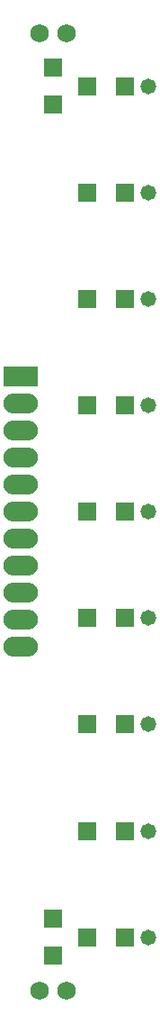
<source format=gts>
G04 Layer_Color=8388736*
%FSLAX25Y25*%
%MOIN*%
G70*
G01*
G75*
%ADD20R,0.07099X0.06706*%
%ADD21R,0.06706X0.07099*%
%ADD22C,0.06800*%
%ADD23O,0.12800X0.07300*%
%ADD24R,0.12800X0.07300*%
%ADD25C,0.05800*%
D20*
X295276Y85630D02*
D03*
Y71850D02*
D03*
Y386811D02*
D03*
Y400591D02*
D03*
D21*
X308071Y78740D02*
D03*
X321850D02*
D03*
X308071Y118110D02*
D03*
X321850D02*
D03*
X308071Y157480D02*
D03*
X321850D02*
D03*
X308071Y196850D02*
D03*
X321850D02*
D03*
X308071Y236221D02*
D03*
X321850D02*
D03*
X308071Y275591D02*
D03*
X321850D02*
D03*
X308071Y314961D02*
D03*
X321850D02*
D03*
X308071Y354331D02*
D03*
X321850D02*
D03*
X308071Y393701D02*
D03*
X321850D02*
D03*
D22*
X300276Y413386D02*
D03*
X290275Y413385D02*
D03*
X300276Y59055D02*
D03*
X290275Y59055D02*
D03*
D23*
X283465Y246220D02*
D03*
Y236221D02*
D03*
Y226220D02*
D03*
Y206221D02*
D03*
Y216220D02*
D03*
Y276220D02*
D03*
Y256221D02*
D03*
Y266220D02*
D03*
Y196221D02*
D03*
Y186221D02*
D03*
D24*
Y286221D02*
D03*
D25*
X330709Y78740D02*
D03*
Y118110D02*
D03*
Y157480D02*
D03*
Y196850D02*
D03*
Y236221D02*
D03*
Y275591D02*
D03*
Y314961D02*
D03*
Y354331D02*
D03*
Y393701D02*
D03*
M02*

</source>
